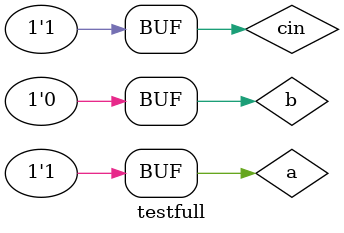
<source format=v>
`include "fulladder.v"

module testfull;

reg a,b,cin;
wire s,cout;

fulladder f1(s,cout,a,b,cin);

initial
begin
$monitor($time," a=%b, b=%b, cin=%b, s=%b, cout=%b",a,b,cin,s,cout);
a = 1'b0; b = 1'b1; cin = 1'b0;
#25 a = 1'b0; b = 1'b0; cin = 1'b0;
#25 a = 1'b1; b = 1'b1; cin = 1'b1;
#25 a = 1'b1; b = 1'b0; cin = 1'b1;
end

endmodule
</source>
